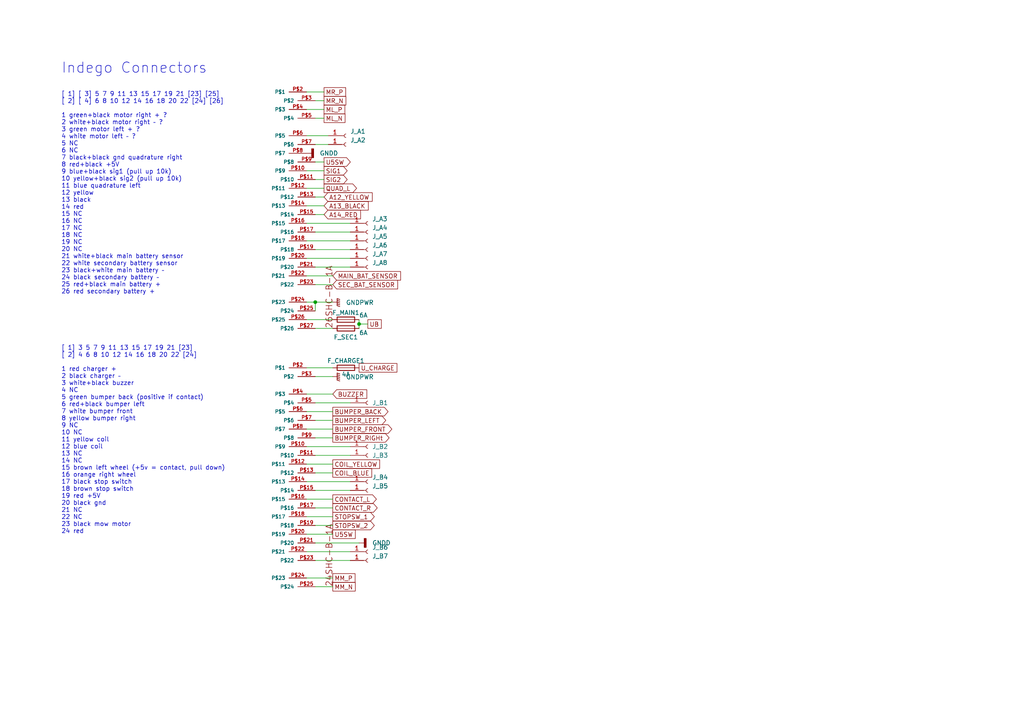
<source format=kicad_sch>
(kicad_sch (version 20250114) (generator "eeschema") (generator_version "9.0")
  (paper "A4")
  (lib_symbols
    (symbol "24SHC-B-1A:24SHC-B-1A" (pin_names (offset 1.016))
      (symbol "24SHC-B-1A_0_0"
        (text "24SHC-B-1A" (at 0 -5.08 0) (effects (font (size 1.778 1.778)) (justify left bottom)))
        (pin bidirectional line (at 0 0 90) (length 5.08) (name "P$24") (number "P$25"))
        (pin bidirectional line (at 2.54 2.54 90) (length 5.08) (name "P$23") (number "P$24"))
        (pin bidirectional line (at 7.62 0 90) (length 5.08) (name "P$22") (number "P$23"))
        (pin bidirectional line (at 10.16 2.54 90) (length 5.08) (name "P$21") (number "P$22"))
        (pin bidirectional line (at 12.7 0 90) (length 5.08) (name "P$20") (number "P$21"))
        (pin bidirectional line (at 15.24 2.54 90) (length 5.08) (name "P$19") (number "P$20"))
        (pin bidirectional line (at 17.78 0 90) (length 5.08) (name "P$18") (number "P$19"))
        (pin bidirectional line (at 20.32 2.54 90) (length 5.08) (name "P$17") (number "P$18"))
        (pin bidirectional line (at 22.86 0 90) (length 5.08) (name "P$16") (number "P$17"))
        (pin bidirectional line (at 25.4 2.54 90) (length 5.08) (name "P$15") (number "P$16"))
        (pin bidirectional line (at 27.94 0 90) (length 5.08) (name "P$14") (number "P$15"))
        (pin bidirectional line (at 30.48 2.54 90) (length 5.08) (name "P$13") (number "P$14"))
        (pin bidirectional line (at 33.02 0 90) (length 5.08) (name "P$12") (number "P$13"))
        (pin bidirectional line (at 35.56 2.54 90) (length 5.08) (name "P$11") (number "P$12"))
        (pin bidirectional line (at 38.1 0 90) (length 5.08) (name "P$10") (number "P$11"))
        (pin bidirectional line (at 40.64 2.54 90) (length 5.08) (name "P$9") (number "P$10"))
        (pin bidirectional line (at 43.18 0 90) (length 5.08) (name "P$8") (number "P$9"))
        (pin bidirectional line (at 45.72 2.54 90) (length 5.08) (name "P$7") (number "P$8"))
        (pin bidirectional line (at 48.26 0 90) (length 5.08) (name "P$6") (number "P$7"))
        (pin bidirectional line (at 50.8 2.54 90) (length 5.08) (name "P$5") (number "P$6"))
        (pin bidirectional line (at 53.34 0 90) (length 5.08) (name "P$4") (number "P$5"))
        (pin bidirectional line (at 55.88 2.54 90) (length 5.08) (name "P$3") (number "P$4"))
        (pin bidirectional line (at 60.96 0 90) (length 5.08) (name "P$2") (number "P$3"))
        (pin bidirectional line (at 63.5 2.54 90) (length 5.08) (name "P$1") (number "P$2"))
      )
    )
    (symbol "26SHC-B-1A:26SHC-B-1A" (pin_names (offset 1.016))
      (symbol "26SHC-B-1A_0_0"
        (text "26SHC-B-1A" (at 0 -5.08 0) (effects (font (size 1.778 1.778)) (justify left bottom)))
        (pin bidirectional line (at 0 0 90) (length 5.08) (name "P$26") (number "P$27"))
        (pin bidirectional line (at 2.54 2.54 90) (length 5.08) (name "P$25") (number "P$26"))
        (pin bidirectional line (at 5.08 0 90) (length 5.08) (name "P$24") (number "P$25"))
        (pin bidirectional line (at 7.62 2.54 90) (length 5.08) (name "P$23") (number "P$24"))
        (pin bidirectional line (at 12.7 0 90) (length 5.08) (name "P$22") (number "P$23"))
        (pin bidirectional line (at 15.24 2.54 90) (length 5.08) (name "P$21") (number "P$22"))
        (pin bidirectional line (at 17.78 0 90) (length 5.08) (name "P$20") (number "P$21"))
        (pin bidirectional line (at 20.32 2.54 90) (length 5.08) (name "P$19") (number "P$20"))
        (pin bidirectional line (at 22.86 0 90) (length 5.08) (name "P$18") (number "P$19"))
        (pin bidirectional line (at 25.4 2.54 90) (length 5.08) (name "P$17") (number "P$18"))
        (pin bidirectional line (at 27.94 0 90) (length 5.08) (name "P$16") (number "P$17"))
        (pin bidirectional line (at 30.48 2.54 90) (length 5.08) (name "P$15") (number "P$16"))
        (pin bidirectional line (at 33.02 0 90) (length 5.08) (name "P$14") (number "P$15"))
        (pin bidirectional line (at 35.56 2.54 90) (length 5.08) (name "P$13") (number "P$14"))
        (pin bidirectional line (at 38.1 0 90) (length 5.08) (name "P$12") (number "P$13"))
        (pin bidirectional line (at 40.64 2.54 90) (length 5.08) (name "P$11") (number "P$12"))
        (pin bidirectional line (at 43.18 0 90) (length 5.08) (name "P$10") (number "P$11"))
        (pin bidirectional line (at 45.72 2.54 90) (length 5.08) (name "P$9") (number "P$10"))
        (pin bidirectional line (at 48.26 0 90) (length 5.08) (name "P$8") (number "P$9"))
        (pin bidirectional line (at 50.8 2.54 90) (length 5.08) (name "P$7") (number "P$8"))
        (pin bidirectional line (at 53.34 0 90) (length 5.08) (name "P$6") (number "P$7"))
        (pin bidirectional line (at 55.88 2.54 90) (length 5.08) (name "P$5") (number "P$6"))
        (pin bidirectional line (at 60.96 0 90) (length 5.08) (name "P$4") (number "P$5"))
        (pin bidirectional line (at 63.5 2.54 90) (length 5.08) (name "P$3") (number "P$4"))
        (pin bidirectional line (at 66.04 0 90) (length 5.08) (name "P$2") (number "P$3"))
        (pin bidirectional line (at 68.58 2.54 90) (length 5.08) (name "P$1") (number "P$2"))
      )
    )
    (symbol "Connector:Conn_01x01_Female" (pin_names (offset 1.016) (hide yes))
      (property "Reference" "J" (at 0 2.54 0))
      (property "Value" "Conn_01x01_Female" (at 0 -2.54 0))
      (symbol "Conn_01x01_Female_1_1"
        (polyline (pts (xy -1.27 0) (xy -0.508 0)) (stroke (width 0.1524)))
        (arc (start 0 -0.508) (mid -0.5058 0) (end 0 0.508) (stroke (width 0.1524)))
        (pin passive line (at -5.08 0 0) (length 3.81) (name "Pin_1") (number "1"))
      )
    )
    (symbol "Device:Fuse" (pin_numbers (hide yes)) (pin_names (offset 0))
      (property "Reference" "F" (at 2.032 0 90))
      (property "Value" "Fuse" (at -1.905 0 90))
      (symbol "Fuse_0_1"
        (rectangle (start -0.762 -2.54) (end 0.762 2.54) (stroke (width 0.254)))
        (polyline (pts (xy 0 2.54) (xy 0 -2.54)))
      )
      (symbol "Fuse_1_1"
        (pin passive line (at 0 3.81 270) (length 1.27) (name "~") (number "1"))
        (pin passive line (at 0 -3.81 90) (length 1.27) (name "~") (number "2"))
      )
    )
    (symbol "power:GNDD" (power) (pin_names (offset 0))
      (property "Value" "GNDD" (at 0 -3.175 0))
      (symbol "GNDD_0_1"
        (rectangle (start -1.27 -1.524) (end 1.27 -2.032) (stroke (width 0.254)) (fill (type outline)))
        (polyline (pts (xy 0 0) (xy 0 -1.524)))
      )
      (symbol "GNDD_1_1"
        (pin power_in line (at 0 0 270) (length 0) (hide yes) (name "GNDD") (number "1"))
      )
    )
    (symbol "power:GNDPWR" (power) (pin_names (offset 0))
      (property "Value" "GNDPWR" (at 0 -3.302 0))
      (symbol "GNDPWR_0_1"
        (polyline (pts (xy -1.016 -1.27) (xy -1.27 -2.032) (xy -1.27 -2.032)) (stroke (width 0.2032)))
        (polyline (pts (xy -0.508 -1.27) (xy -0.762 -2.032) (xy -0.762 -2.032)) (stroke (width 0.2032)))
        (polyline (pts (xy 0 -1.27) (xy 0 0)))
        (polyline (pts (xy 0 -1.27) (xy -0.254 -2.032) (xy -0.254 -2.032)) (stroke (width 0.2032)))
        (polyline (pts (xy 0.508 -1.27) (xy 0.254 -2.032) (xy 0.254 -2.032)) (stroke (width 0.2032)))
        (polyline (pts (xy 1.016 -1.27) (xy -1.016 -1.27) (xy -1.016 -1.27)) (stroke (width 0.2032)))
        (polyline (pts (xy 1.016 -1.27) (xy 0.762 -2.032) (xy 0.762 -2.032) (xy 0.762 -2.032)) (stroke (width 0.2032)))
      )
      (symbol "GNDPWR_1_1"
        (pin power_in line (at 0 0 270) (length 0) (hide yes) (name "GNDPWR") (number "1"))
      )
    )
  )
  (text "Indego Connectors\n" (at 17.78 21.59 0) (effects (font (size 3 3)) (justify left bottom)))
  (text "[ 1] [ 3] 5 7 9 11 13 15 17 19 21 [23] [25]\n[ 2] [ 4] 6 8 10 12 14 16 18 20 22 [24] [26]\n\n1 green+black motor right + ?\n2 white+black motor right – ?\n3 green motor left + ?\n4 white motor left – ?\n5 NC\n6 NC\n7 black+black gnd quadrature right\n8 red+black +5V\n9 blue+black sig1 (pull up 10k)\n10 yellow+black sig2 (pull up 10k)\n11 blue quadrature left\n12 yellow\n13 black\n14 red\n15 NC\n16 NC\n17 NC\n18 NC\n19 NC\n20 NC\n21 white+black main battery sensor\n22 white secondary battery sensor\n23 black+white main battery –\n24 black secondary battery –\n25 red+black main battery +\n26 red secondary battery +\n\n\n\n\n\n\n\n[ 1] 3 5 7 9 11 13 15 17 19 21 [23]\n[ 2] 4 6 8 10 12 14 16 18 20 22 [24]\n\n1 red charger +\n2 black charger –\n3 white+black buzzer\n4 NC\n5 green bumper back (positive if contact)\n6 red+black bumper left\n7 white bumper front\n8 yellow bumper right\n9 NC\n10 NC\n11 yellow coil\n12 blue coil\n13 NC\n14 NC\n15 brown left wheel (+5v = contact, pull down)\n16 orange right wheel\n17 black stop switch\n18 brown stop switch\n19 red +5V\n20 black gnd\n21 NC\n22 NC\n23 black mow motor\n24 red" (at 17.78 154.94 0) (effects (font (size 1.27 1.27)) (justify left bottom)))
  (junction (at 91.44 87.63))
  (junction (at 104.14 93.98))
  (wire (pts (xy 104.14 93.98) (xy 104.14 95.25)))
  (wire (pts (xy 96.52 82.55) (xy 91.44 82.55)))
  (wire (pts (xy 101.6 132.08) (xy 91.44 132.08)))
  (wire (pts (xy 96.52 87.63) (xy 91.44 87.63)))
  (wire (pts (xy 96.52 106.68) (xy 88.9 106.68)))
  (wire (pts (xy 96.52 154.94) (xy 88.9 154.94)))
  (wire (pts (xy 93.98 59.69) (xy 88.9 59.69)))
  (wire (pts (xy 96.52 149.86) (xy 88.9 149.86)))
  (wire (pts (xy 93.98 62.23) (xy 91.44 62.23)))
  (wire (pts (xy 101.6 77.47) (xy 91.44 77.47)))
  (wire (pts (xy 101.6 74.93) (xy 88.9 74.93)))
  (wire (pts (xy 93.98 34.29) (xy 91.44 34.29)))
  (wire (pts (xy 96.52 124.46) (xy 88.9 124.46)))
  (wire (pts (xy 101.6 116.84) (xy 91.44 116.84)))
  (wire (pts (xy 96.52 144.78) (xy 88.9 144.78)))
  (wire (pts (xy 96.52 80.01) (xy 88.9 80.01)))
  (wire (pts (xy 96.52 167.64) (xy 88.9 167.64)))
  (wire (pts (xy 93.98 49.53) (xy 88.9 49.53)))
  (wire (pts (xy 104.14 92.71) (xy 104.14 93.98)))
  (wire (pts (xy 93.98 26.67) (xy 88.9 26.67)))
  (wire (pts (xy 91.44 87.63) (xy 91.44 90.17)))
  (wire (pts (xy 101.6 69.85) (xy 88.9 69.85)))
  (wire (pts (xy 101.6 72.39) (xy 91.44 72.39)))
  (wire (pts (xy 96.52 137.16) (xy 91.44 137.16)))
  (wire (pts (xy 96.52 127) (xy 91.44 127)))
  (wire (pts (xy 101.6 160.02) (xy 88.9 160.02)))
  (wire (pts (xy 93.98 46.99) (xy 91.44 46.99)))
  (wire (pts (xy 101.6 67.31) (xy 91.44 67.31)))
  (wire (pts (xy 101.6 142.24) (xy 91.44 142.24)))
  (wire (pts (xy 96.52 95.25) (xy 91.44 95.25)))
  (wire (pts (xy 93.98 52.07) (xy 91.44 52.07)))
  (wire (pts (xy 104.14 93.98) (xy 106.68 93.98)))
  (wire (pts (xy 96.52 119.38) (xy 88.9 119.38)))
  (wire (pts (xy 96.52 152.4) (xy 91.44 152.4)))
  (wire (pts (xy 95.25 39.37) (xy 88.9 39.37)))
  (wire (pts (xy 96.52 147.32) (xy 91.44 147.32)))
  (wire (pts (xy 101.6 64.77) (xy 88.9 64.77)))
  (wire (pts (xy 93.98 29.21) (xy 91.44 29.21)))
  (wire (pts (xy 95.25 41.91) (xy 91.44 41.91)))
  (wire (pts (xy 96.52 170.18) (xy 91.44 170.18)))
  (wire (pts (xy 96.52 121.92) (xy 91.44 121.92)))
  (wire (pts (xy 93.98 31.75) (xy 88.9 31.75)))
  (wire (pts (xy 101.6 162.56) (xy 91.44 162.56)))
  (wire (pts (xy 96.52 92.71) (xy 88.9 92.71)))
  (wire (pts (xy 93.98 57.15) (xy 91.44 57.15)))
  (wire (pts (xy 104.14 157.48) (xy 91.44 157.48)))
  (wire (pts (xy 96.52 134.62) (xy 88.9 134.62)))
  (wire (pts (xy 91.44 87.63) (xy 88.9 87.63)))
  (wire (pts (xy 101.6 129.54) (xy 88.9 129.54)))
  (wire (pts (xy 96.52 109.22) (xy 91.44 109.22)))
  (wire (pts (xy 101.6 139.7) (xy 88.9 139.7)))
  (wire (pts (xy 93.98 54.61) (xy 88.9 54.61)))
  (wire (pts (xy 96.52 114.3) (xy 88.9 114.3)))
  (global_label "ML_P" (shape passive) (at 93.98 31.75 0) (property "Intersheetrefs" "${INTERSHEET_REFS}" (effects (hide yes))))
  (global_label "STOPSW_2" (shape output) (at 96.52 152.4 0) (property "Intersheetrefs" "${INTERSHEET_REFS}" (effects (hide yes))))
  (global_label "BUZZER" (shape input) (at 96.52 114.3 0) (property "Intersheetrefs" "${INTERSHEET_REFS}" (effects (hide yes))))
  (global_label "A13_BLACK" (shape input) (at 93.98 59.69 0) (property "Intersheetrefs" "${INTERSHEET_REFS}" (effects (hide yes))))
  (global_label "BUMPER_LEFT" (shape output) (at 96.52 121.92 0) (property "Intersheetrefs" "${INTERSHEET_REFS}" (effects (hide yes))))
  (global_label "U5SW" (shape passive) (at 96.52 154.94 0) (property "Intersheetrefs" "${INTERSHEET_REFS}" (effects (hide yes))))
  (global_label "BUMPER_BACK" (shape output) (at 96.52 119.38 0) (property "Intersheetrefs" "${INTERSHEET_REFS}" (effects (hide yes))))
  (global_label "MR_N" (shape passive) (at 93.98 29.21 0) (property "Intersheetrefs" "${INTERSHEET_REFS}" (effects (hide yes))))
  (global_label "COIL_YELLOW" (shape passive) (at 96.52 134.62 0) (property "Intersheetrefs" "${INTERSHEET_REFS}" (effects (hide yes))))
  (global_label "MM_N" (shape passive) (at 96.52 170.18 0) (property "Intersheetrefs" "${INTERSHEET_REFS}" (effects (hide yes))))
  (global_label "A12_YELLOW" (shape input) (at 93.98 57.15 0) (property "Intersheetrefs" "${INTERSHEET_REFS}" (effects (hide yes))))
  (global_label "A14_RED" (shape input) (at 93.98 62.23 0) (property "Intersheetrefs" "${INTERSHEET_REFS}" (effects (hide yes))))
  (global_label "UB" (shape passive) (at 106.68 93.98 0) (property "Intersheetrefs" "${INTERSHEET_REFS}" (effects (hide yes))))
  (global_label "SIG2" (shape output) (at 93.98 52.07 0) (property "Intersheetrefs" "${INTERSHEET_REFS}" (effects (hide yes))))
  (global_label "U_CHARGE" (shape passive) (at 104.14 106.68 0) (property "Intersheetrefs" "${INTERSHEET_REFS}" (effects (hide yes))))
  (global_label "BUMPER_RIGHt" (shape output) (at 96.52 127 0) (property "Intersheetrefs" "${INTERSHEET_REFS}" (effects (hide yes))))
  (global_label "BUMPER_FRONT" (shape output) (at 96.52 124.46 0) (property "Intersheetrefs" "${INTERSHEET_REFS}" (effects (hide yes))))
  (global_label "MR_P" (shape passive) (at 93.98 26.67 0) (property "Intersheetrefs" "${INTERSHEET_REFS}" (effects (hide yes))))
  (global_label "COIL_BLUE" (shape passive) (at 96.52 137.16 0) (property "Intersheetrefs" "${INTERSHEET_REFS}" (effects (hide yes))))
  (global_label "U5SW" (shape output) (at 93.98 46.99 0) (property "Intersheetrefs" "${INTERSHEET_REFS}" (effects (hide yes))))
  (global_label "CONTACT_L" (shape output) (at 96.52 144.78 0) (property "Intersheetrefs" "${INTERSHEET_REFS}" (effects (hide yes))))
  (global_label "MM_P" (shape passive) (at 96.52 167.64 0) (property "Intersheetrefs" "${INTERSHEET_REFS}" (effects (hide yes))))
  (global_label "STOPSW_1" (shape output) (at 96.52 149.86 0) (property "Intersheetrefs" "${INTERSHEET_REFS}" (effects (hide yes))))
  (global_label "QUAD_L" (shape output) (at 93.98 54.61 0) (property "Intersheetrefs" "${INTERSHEET_REFS}" (effects (hide yes))))
  (global_label "SEC_BAT_SENSOR" (shape input) (at 96.52 82.55 0) (property "Intersheetrefs" "${INTERSHEET_REFS}" (effects (hide yes))))
  (global_label "CONTACT_R" (shape output) (at 96.52 147.32 0) (property "Intersheetrefs" "${INTERSHEET_REFS}" (effects (hide yes))))
  (global_label "SIG1" (shape output) (at 93.98 49.53 0) (property "Intersheetrefs" "${INTERSHEET_REFS}" (effects (hide yes))))
  (global_label "ML_N" (shape passive) (at 93.98 34.29 0) (property "Intersheetrefs" "${INTERSHEET_REFS}" (effects (hide yes))))
  (global_label "MAIN_BAT_SENSOR" (shape input) (at 96.52 80.01 0) (property "Intersheetrefs" "${INTERSHEET_REFS}" (effects (hide yes))))
  (symbol (lib_id "power:GNDPWR") (at 96.52 109.22 90) (unit 1)
    (property "Reference" "#PWR03" (effects (hide yes)))
    (property "Value" "GNDPWR" (at 100.33 109.3469 90) (effects (justify right)))
  )
  (symbol (lib_id "Connector:Conn_01x01_Female") (at 106.68 132.08 0) (unit 1)
    (property "Reference" "J_B3" (at 107.95 132.08 0) (effects (justify left)))
    (property "Footprint" "Connector_Wire:SolderWire-0.5sqmm_1x01_D0.9mm_OD2.1mm" (effects (hide yes)))
  )
  (symbol (lib_id "Connector:Conn_01x01_Female") (at 106.68 72.39 0) (unit 1)
    (property "Reference" "J_A6" (at 107.95 71.1199 0) (effects (justify left)))
    (property "Footprint" "Connector_Wire:SolderWire-0.5sqmm_1x01_D0.9mm_OD2.1mm" (effects (hide yes)))
  )
  (symbol (lib_id "Connector:Conn_01x01_Female") (at 100.33 39.37 0) (unit 1)
    (property "Reference" "J_A1" (at 101.6 38.0999 0) (effects (justify left)))
    (property "Value" "Conn_01x01_Female" (effects (hide yes)))
    (property "Footprint" "Connector_Wire:SolderWire-0.5sqmm_1x01_D0.9mm_OD2.1mm" (effects (hide yes)))
  )
  (symbol (lib_id "Device:Fuse") (at 100.33 92.71 90) (unit 1)
    (property "Reference" "F_MAIN1" (at 100.33 90.678 90))
    (property "Value" "6A" (at 105.41 91.44 90))
    (property "Footprint" "Fuse:Fuseholder_Cylinder-5x20mm_Stelvio-Kontek_PTF78_Horizontal_Open" (effects (hide yes)))
  )
  (symbol (lib_id "Connector:Conn_01x01_Female") (at 106.68 116.84 0) (unit 1)
    (property "Reference" "J_B1" (at 107.95 116.84 0) (effects (justify left)))
    (property "Footprint" "Connector_Wire:SolderWire-0.5sqmm_1x01_D0.9mm_OD2.1mm" (effects (hide yes)))
  )
  (symbol (lib_id "Connector:Conn_01x01_Female") (at 106.68 160.02 0) (unit 1)
    (property "Reference" "J_B6" (at 107.95 158.7499 0) (effects (justify left)))
    (property "Footprint" "Connector_Wire:SolderWire-0.5sqmm_1x01_D0.9mm_OD2.1mm" (effects (hide yes)))
  )
  (symbol (lib_id "Connector:Conn_01x01_Female") (at 106.68 129.54 0) (unit 1)
    (property "Reference" "J_B2" (at 107.95 129.54 0) (effects (justify left)))
    (property "Footprint" "Connector_Wire:SolderWire-0.5sqmm_1x01_D0.9mm_OD2.1mm" (effects (hide yes)))
  )
  (symbol (lib_id "Connector:Conn_01x01_Female") (at 100.33 41.91 0) (unit 1)
    (property "Reference" "J_A2" (at 101.6 40.6399 0) (effects (justify left)))
    (property "Footprint" "Connector_Wire:SolderWire-0.5sqmm_1x01_D0.9mm_OD2.1mm" (effects (hide yes)))
  )
  (symbol (lib_id "Connector:Conn_01x01_Female") (at 106.68 74.93 0) (unit 1)
    (property "Reference" "J_A7" (at 107.95 73.6599 0) (effects (justify left)))
    (property "Footprint" "Connector_Wire:SolderWire-0.5sqmm_1x01_D0.9mm_OD2.1mm" (effects (hide yes)))
  )
  (symbol (lib_id "Connector:Conn_01x01_Female") (at 106.68 77.47 0) (unit 1)
    (property "Reference" "J_A8" (at 107.95 76.1999 0) (effects (justify left)))
    (property "Footprint" "Connector_Wire:SolderWire-0.5sqmm_1x01_D0.9mm_OD2.1mm" (effects (hide yes)))
  )
  (symbol (lib_id "26SHC-B-1A:26SHC-B-1A") (at 91.44 95.25 90) (unit 1)
    (property "Reference" "U1" (effects (hide yes)))
    (property "Value" "26SHC-B-1A" (effects (hide yes)))
    (property "Footprint" "26SHC-B-1A" (effects (hide yes)))
  )
  (symbol (lib_id "Device:Fuse") (at 100.33 95.25 90) (unit 1)
    (property "Reference" "F_SEC1" (at 100.33 97.79 90))
    (property "Value" "6A" (at 105.41 96.52 90))
    (property "Footprint" "Fuse:Fuseholder_Cylinder-5x20mm_Stelvio-Kontek_PTF78_Horizontal_Open" (effects (hide yes)))
  )
  (symbol (lib_id "Connector:Conn_01x01_Female") (at 106.68 67.31 0) (unit 1)
    (property "Reference" "J_A4" (at 107.95 66.0399 0) (effects (justify left)))
    (property "Footprint" "Connector_Wire:SolderWire-0.5sqmm_1x01_D0.9mm_OD2.1mm" (effects (hide yes)))
  )
  (symbol (lib_id "Connector:Conn_01x01_Female") (at 106.68 162.56 0) (unit 1)
    (property "Reference" "J_B7" (at 107.95 161.2899 0) (effects (justify left)))
    (property "Footprint" "Connector_Wire:SolderWire-0.5sqmm_1x01_D0.9mm_OD2.1mm" (effects (hide yes)))
  )
  (symbol (lib_id "Device:Fuse") (at 100.33 106.68 90) (unit 1)
    (property "Reference" "F_CHARGE1" (at 100.33 104.648 90))
    (property "Value" "4A" (at 100.33 108.585 90))
    (property "Footprint" "Fuse:Fuseholder_Cylinder-5x20mm_Stelvio-Kontek_PTF78_Horizontal_Open" (effects (hide yes)))
  )
  (symbol (lib_id "power:GNDD") (at 104.14 157.48 90) (unit 1)
    (property "Reference" "#PWR04" (effects (hide yes)))
    (property "Value" "GNDD" (at 107.95 157.4799 90) (effects (justify right)))
  )
  (symbol (lib_id "power:GNDD") (at 88.9 44.45 90) (unit 1)
    (property "Reference" "#PWR01" (effects (hide yes)))
    (property "Value" "GNDD" (at 92.71 44.4499 90) (effects (justify right)))
  )
  (symbol (lib_id "Connector:Conn_01x01_Female") (at 106.68 139.7 0) (unit 1)
    (property "Reference" "J_B4" (at 107.95 138.4299 0) (effects (justify left)))
    (property "Footprint" "Connector_Wire:SolderWire-0.5sqmm_1x01_D0.9mm_OD2.1mm" (effects (hide yes)))
  )
  (symbol (lib_id "Connector:Conn_01x01_Female") (at 106.68 142.24 0) (unit 1)
    (property "Reference" "J_B5" (at 107.95 140.9699 0) (effects (justify left)))
    (property "Footprint" "Connector_Wire:SolderWire-0.5sqmm_1x01_D0.9mm_OD2.1mm" (effects (hide yes)))
  )
  (symbol (lib_id "Connector:Conn_01x01_Female") (at 106.68 64.77 0) (unit 1)
    (property "Reference" "J_A3" (at 107.95 63.4999 0) (effects (justify left)))
    (property "Footprint" "Connector_Wire:SolderWire-0.5sqmm_1x01_D0.9mm_OD2.1mm" (effects (hide yes)))
  )
  (symbol (lib_id "power:GNDPWR") (at 96.52 87.63 90) (unit 1)
    (property "Reference" "#PWR02" (effects (hide yes)))
    (property "Value" "GNDPWR" (at 100.33 87.7569 90) (effects (justify right)))
  )
  (symbol (lib_id "Connector:Conn_01x01_Female") (at 106.68 69.85 0) (unit 1)
    (property "Reference" "J_A5" (at 107.95 68.5799 0) (effects (justify left)))
    (property "Footprint" "Connector_Wire:SolderWire-0.5sqmm_1x01_D0.9mm_OD2.1mm" (effects (hide yes)))
  )
  (symbol (lib_id "24SHC-B-1A:24SHC-B-1A") (at 91.44 170.18 90) (unit 1)
    (property "Reference" "U2" (effects (hide yes)))
    (property "Value" "24SHC-B-1A" (effects (hide yes)))
    (property "Footprint" "24SHC-B-1A" (effects (hide yes)))
  )
)
</source>
